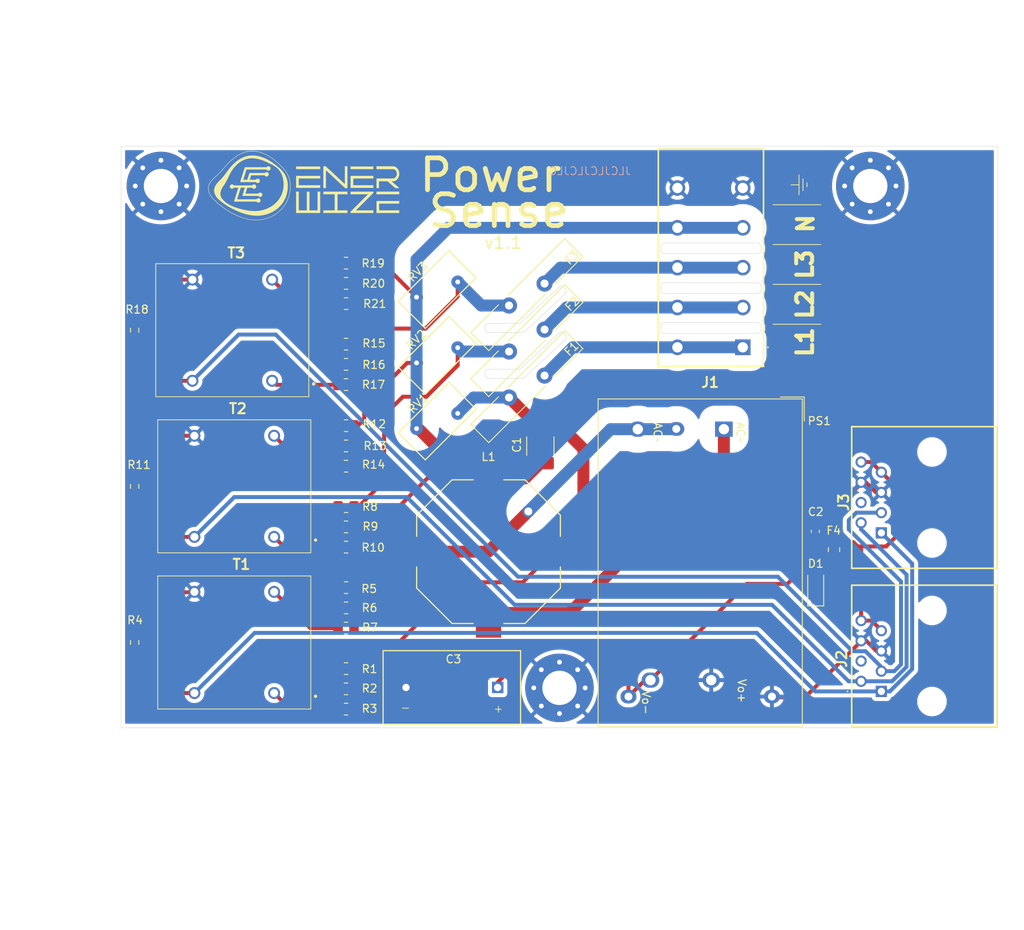
<source format=kicad_pcb>
(kicad_pcb
	(version 20240108)
	(generator "pcbnew")
	(generator_version "8.0")
	(general
		(thickness 1.6)
		(legacy_teardrops no)
	)
	(paper "A4")
	(layers
		(0 "F.Cu" signal)
		(31 "B.Cu" signal)
		(32 "B.Adhes" user "B.Adhesive")
		(33 "F.Adhes" user "F.Adhesive")
		(34 "B.Paste" user)
		(35 "F.Paste" user)
		(36 "B.SilkS" user "B.Silkscreen")
		(37 "F.SilkS" user "F.Silkscreen")
		(38 "B.Mask" user)
		(39 "F.Mask" user)
		(40 "Dwgs.User" user "User.Drawings")
		(41 "Cmts.User" user "User.Comments")
		(42 "Eco1.User" user "User.Eco1")
		(43 "Eco2.User" user "User.Eco2")
		(44 "Edge.Cuts" user)
		(45 "Margin" user)
		(46 "B.CrtYd" user "B.Courtyard")
		(47 "F.CrtYd" user "F.Courtyard")
		(48 "B.Fab" user)
		(49 "F.Fab" user)
		(50 "User.1" user)
		(51 "User.2" user)
		(52 "User.3" user)
		(53 "User.4" user)
		(54 "User.5" user)
		(55 "User.6" user)
		(56 "User.7" user)
		(57 "User.8" user)
		(58 "User.9" user)
	)
	(setup
		(stackup
			(layer "F.SilkS"
				(type "Top Silk Screen")
			)
			(layer "F.Paste"
				(type "Top Solder Paste")
			)
			(layer "F.Mask"
				(type "Top Solder Mask")
				(thickness 0.01)
			)
			(layer "F.Cu"
				(type "copper")
				(thickness 0.035)
			)
			(layer "dielectric 1"
				(type "core")
				(thickness 1.51)
				(material "FR4")
				(epsilon_r 4.5)
				(loss_tangent 0.02)
			)
			(layer "B.Cu"
				(type "copper")
				(thickness 0.035)
			)
			(layer "B.Mask"
				(type "Bottom Solder Mask")
				(thickness 0.01)
			)
			(layer "B.Paste"
				(type "Bottom Solder Paste")
			)
			(layer "B.SilkS"
				(type "Bottom Silk Screen")
			)
			(copper_finish "ENIG")
			(dielectric_constraints no)
		)
		(pad_to_mask_clearance 0)
		(allow_soldermask_bridges_in_footprints no)
		(grid_origin 35 40)
		(pcbplotparams
			(layerselection 0x00010fc_ffffffff)
			(plot_on_all_layers_selection 0x0000000_00000000)
			(disableapertmacros no)
			(usegerberextensions no)
			(usegerberattributes yes)
			(usegerberadvancedattributes yes)
			(creategerberjobfile yes)
			(dashed_line_dash_ratio 12.000000)
			(dashed_line_gap_ratio 3.000000)
			(svgprecision 4)
			(plotframeref no)
			(viasonmask no)
			(mode 1)
			(useauxorigin no)
			(hpglpennumber 1)
			(hpglpenspeed 20)
			(hpglpendiameter 15.000000)
			(pdf_front_fp_property_popups yes)
			(pdf_back_fp_property_popups yes)
			(dxfpolygonmode yes)
			(dxfimperialunits yes)
			(dxfusepcbnewfont yes)
			(psnegative no)
			(psa4output no)
			(plotreference yes)
			(plotvalue yes)
			(plotfptext yes)
			(plotinvisibletext no)
			(sketchpadsonfab no)
			(subtractmaskfromsilk no)
			(outputformat 1)
			(mirror no)
			(drillshape 1)
			(scaleselection 1)
			(outputdirectory "")
		)
	)
	(net 0 "")
	(net 1 "Net-(R1-Pad2)")
	(net 2 "Net-(R2-Pad2)")
	(net 3 "Net-(T1-PRI_1)")
	(net 4 "Net-(T1-PRI_2)")
	(net 5 "Net-(R10-Pad1)")
	(net 6 "Net-(T2-PRI_1)")
	(net 7 "Net-(T2-PRI_2)")
	(net 8 "Net-(T3-PRI_1)")
	(net 9 "Net-(T3-PRI_2)")
	(net 10 "/L1")
	(net 11 "/N")
	(net 12 "/L2")
	(net 13 "/L3")
	(net 14 "Net-(R12-Pad2)")
	(net 15 "Net-(PS1-AC{slash}L)")
	(net 16 "Net-(PS1-AC{slash}N)")
	(net 17 "+5V")
	(net 18 "unconnected-(J2-Pad4)")
	(net 19 "/VR1")
	(net 20 "/VR3")
	(net 21 "/VR2")
	(net 22 "Net-(R5-Pad2)")
	(net 23 "Net-(R6-Pad2)")
	(net 24 "Net-(R8-Pad2)")
	(net 25 "Net-(R13-Pad2)")
	(net 26 "Net-(R15-Pad2)")
	(net 27 "Net-(R16-Pad2)")
	(net 28 "Net-(R19-Pad2)")
	(net 29 "Net-(R20-Pad2)")
	(net 30 "Net-(J1-1.1)")
	(net 31 "Net-(J1-3.1)")
	(net 32 "GND")
	(net 33 "unconnected-(J3-Pad4)")
	(net 34 "Net-(J1-2.1)")
	(net 35 "Net-(D1-A2)")
	(footprint "Resistor_SMD:R_0805_2012Metric_Pad1.20x1.40mm_HandSolder" (layer "F.Cu") (at 63.22381 80.16895 180))
	(footprint "Resistor_SMD:R_0805_2012Metric_Pad1.20x1.40mm_HandSolder" (layer "F.Cu") (at 63.22381 64.85035 180))
	(footprint "MountingHole:MountingHole_4.3mm_M4_Pad_Via" (layer "F.Cu") (at 129 45))
	(footprint "Resistor_SMD:R_0805_2012Metric_Pad1.20x1.40mm_HandSolder" (layer "F.Cu") (at 63.22381 59.765 180))
	(footprint "Resistor_SMD:R_0805_2012Metric_Pad1.20x1.40mm_HandSolder" (layer "F.Cu") (at 63.22381 90.3343 180))
	(footprint "Capacitor_SMD:C_0603_1608Metric_Pad1.08x0.95mm_HandSolder" (layer "F.Cu") (at 122.1 88.35 90))
	(footprint "Resistor_SMD:R_0805_2012Metric_Pad1.20x1.40mm_HandSolder" (layer "F.Cu") (at 63.22381 105.585 180))
	(footprint "Resistor_SMD:R_0805_2012Metric_Pad1.20x1.40mm_HandSolder" (layer "F.Cu") (at 63.22381 95.41965 180))
	(footprint "Resistor_SMD:R_0805_2012Metric_Pad1.20x1.40mm_HandSolder" (layer "F.Cu") (at 63.22381 87.7943))
	(footprint "Converter_ACDC:Converter_ACDC_Hi-Link_HLK-5Mxx" (layer "F.Cu") (at 110.6575 75.4925 -90))
	(footprint "Fuse:Fuse_Bourns_MF-RG1000" (layer "F.Cu") (at 88.127387 63.021142 -135))
	(footprint "Resistor_SMD:R_0805_2012Metric_Pad1.20x1.40mm_HandSolder" (layer "F.Cu") (at 63.22381 67.39035))
	(footprint "Resistor_SMD:R_0603_1608Metric_Pad0.98x0.95mm_HandSolder" (layer "F.Cu") (at 36.7 63.1 90))
	(footprint "Resistor_SMD:R_0603_1608Metric_Pad0.98x0.95mm_HandSolder" (layer "F.Cu") (at 36.7 102.3 90))
	(footprint "Resistor_SMD:R_0603_1608Metric_Pad0.98x0.95mm_HandSolder" (layer "F.Cu") (at 36.7 82.7 90))
	(footprint "Resistor_SMD:R_0805_2012Metric_Pad1.20x1.40mm_HandSolder" (layer "F.Cu") (at 63.22381 97.95965))
	(footprint "Diode_SMD:D_SOD-123F" (layer "F.Cu") (at 122.15 95.5 90))
	(footprint "Resistor_SMD:R_0805_2012Metric_Pad1.20x1.40mm_HandSolder" (layer "F.Cu") (at 63.22381 110.665 180))
	(footprint "Enerwize:ZMPT101B" (layer "F.Cu") (at 53.95 69.45 180))
	(footprint "Resistor_SMD:R_0805_2012Metric_Pad1.20x1.40mm_HandSolder" (layer "F.Cu") (at 63.22381 54.685 180))
	(footprint "Fuse:Fuse_0805_2012Metric" (layer "F.Cu") (at 124.45 90.65 90))
	(footprint "Varistor:RV_Disc_D9mm_W4.8mm_P5mm" (layer "F.Cu") (at 77.23094 57.045406 -135))
	(footprint "Resistor_SMD:R_0805_2012Metric_Pad1.20x1.40mm_HandSolder" (layer "F.Cu") (at 63.22381 69.93035 180))
	(footprint "Enerwize:ZMPT101B" (layer "F.Cu") (at 54.2 89.05 180))
	(footprint "Fuse:Fuse_Bourns_MF-RG1000" (layer "F.Cu") (at 88.127387 68.796142 -135))
	(footprint "Enerwize:CAP_SCM-R-D_11.5LS-16x8x22L-0.65d_KAV" (layer "F.Cu") (at 82.244399 107.95 180))
	(footprint "Resistor_SMD:R_0805_2012Metric_Pad1.20x1.40mm_HandSolder" (layer "F.Cu") (at 63.22381 77.62895))
	(footprint "Resistor_SMD:R_0805_2012Metric_Pad1.20x1.40mm_HandSolder" (layer "F.Cu") (at 63.22381 108.125))
	(footprint "MountingHole:MountingHole_4.3mm_M4_Pad_Via" (layer "F.Cu") (at 40 45))
	(footprint "MountingHole:MountingHole_4.3mm_M4_Pad_Via" (layer "F.Cu") (at 90 108))
	(footprint "Resistor_SMD:R_0805_2012Metric_Pad1.20x1.40mm_HandSolder" (layer "F.Cu") (at 63.22381 75.08895 180))
	(footprint "Enerwize:ZMPT101B" (layer "F.Cu") (at 54.2 108.65 180))
	(footprint "Enerwize:MTJ881X1" (layer "F.Cu") (at 130.385 108.445 90))
	(footprint "Resistor_SMD:R_0805_2012Metric_Pad1.20x1.40mm_HandSolder" (layer "F.Cu") (at 63.22381 100.49965 180))
	(footprint "Varistor:RV_Disc_D9mm_W4.8mm_P5mm" (layer "F.Cu") (at 77.23094 73.545406 -135))
	(footprint "Enerwize:IND_PM3700"
		(layer "F.Cu")
		(uuid "dded8ace-bdb9-4527-88d9-db84f3e1e075")
		(at 81.1 90.9 -90)
		(tags "PM3700-80-RC ")
		(property "Reference" "L1"
			(at -11.9 0 0)
			(unlocked yes)
			(layer "F.SilkS")
			(uuid "384338f2-2ea6-46e2-ade4-c418c5b2d4aa")
			(effects
				(font
					(size 1 1)
					(thickness 0.15)
				)
			)
		)
		(property "Value" "PM3700-80-RC"
			(at 0 0 -90)
			(unlocked yes)
			(layer "F.Fab")
			(uuid "0033a2a4-a1cd-4790-938a-b6ae0eb0597c")
			(effects
				(font
					(size 1 1)
					(thickness 0.15)
				)
			)
		)
		(property "Footprint" "Enerwize:IND_PM3700"
			(at 0 0 -90)
			(unlocked yes)
			(layer "F.Fab")
			(hide yes)
			(uuid "e5285d09-4670-42b9-af90-73ddb60bec91")
			(effects
				(font
					(size 1.27 1.27)
					(thickness 0.15)
				)
			)
		)
		(property "Datasheet" "PM3700-80-RC"
			(at 0 0 -90)
			(unlocked yes)
			(layer "F.Fab")
			(hide yes)
			(uuid "52c1de22-28a9-4ccd-9421-168b8183ed64")
			(effects
				(font
					(size 1.27 1.27)
					(thickness 0.15)
				)
			)
		)
		(property "Description" ""
			(at 0 0 -90)
			(unlocked yes)
			(layer "F.Fab")
			(hide yes)
			(uuid "8aab4def-5d3b-487a-bcff-5af74bfa7c1c")
			(effects
				(font
					(size 1.27 1.27)
					(thickness 0.15)
				)
			)
		)
		(property "LCSC Part #" "C2662178"
			(at 0 0 -90)
			(unlocked yes)
			(layer "F.Fab")
			(hide yes)
			(uuid "585f0f46-3644-4fb5-9782-5caf41e991fe")
			(effects
				(font
					(size 1 1)
					(thickness 0.15)
				)
			)
		)
		(property "MPN" "PM3700-80-RC"
			(at 0 0 -90)
			(unlocked yes)
			(layer "F.Fab")
			(hide yes)
			(uuid "29056913-37ef-4811-a900-8ddb8bd7d1c0")
			(effects
				(font
					(size 1 1)
					(thickness 0.15)
				)
			)
		)
		(property ki_fp_filters "IND_PM3700")
		(path "/63daf581-c4a0-4ca0-999a-ec9001be74b0")
		(sheetname "Racine")
		(sheetfile "PowerSense.kicad_sch")
		(attr smd)
		(fp_line
			(start -4.572 9.017)
			(end -9.017 4.572)
			(stroke
				(width 0.1524)
				(type solid)
			)
			(layer "F.SilkS")
			(uuid "c5c63b81-730d-464d-9a47-355eaad95e69")
		)
		(fp_line
			(start -1.92024 9.017)
			(end -4.572 9.017)
			(stroke
				(width 0.1524)
				(type solid)
			)
			(layer "F.SilkS")
			(uuid "1e0965af-950a-4c71-95eb-4ac1a055cdd4")
		)
		(fp_line
			(start 4.572 9.017)
			(end 1.92024 9.017)
			(stroke
				(width 0.1524)
				(type solid)
			)
			(layer "F.SilkS")
			(uuid "309ada9b-f6a6-46dc-9862-77c8f4812e18")
		)
		(fp_line
			(start -9.017 4.572)
			(end -9.017 1.92024)
			(stroke
				(width 0.1524)
				(type solid)
			)
			(layer "F.SilkS")
			(uuid "88c3d15e-d703-4bac-aa1c-d156bf591c62")
		)
		(fp_line
			(start 9.017 4.572)
			(end 4.572 9.017)
			(stroke
				(width 0.1524)
				(type solid)
			)
			(layer "F.SilkS")
			(uuid "eab29bf3-9807-477f-9f73-4bb215a74c69")
		)
		(fp_line
			(start 9.017 1.92024)
			(end 9.017 4.572)
			(stroke
				(width 0.1524)
				(type solid)
			)
			(layer "F.SilkS")
			(uuid "91e431de-78ee-40ff-8b57-a846e1525c22")
		)
		(fp_line
			(start -9.017 -1.92024)
			(end -9.017 -4.572)
			(stroke
				(width 0.1524)
				(type solid)
			)
			(layer "F.SilkS")
			(uuid "de846ee3-1bee-4591-9177-f5abd6f8c69d")
		)
		(fp_line
			(start -9.017 -4.572)
			(end -4.572 -9.017)
			(stroke
				(width 0.1524)
				(type solid)
			)
			(layer "F.SilkS")
			(uuid "7dc98b70-a5c7-4d46-a535-059f29d129c5")
		)
		(fp_line
			(start 9.017 -4.572)
			(end 9.017 -1.92024)
			(stroke
				(width 0.1524)
				(type solid)

... [245389 chars truncated]
</source>
